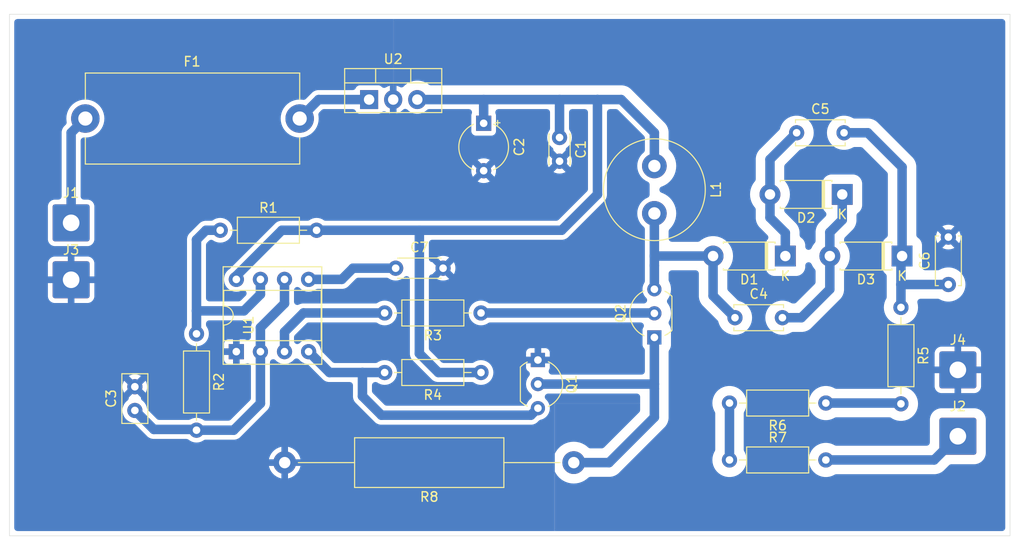
<source format=kicad_pcb>
(kicad_pcb (version 20240108) (generator "pcbnew") (generator_version "8.0")
  (layers (0 "F.Cu" signal) (31 "B.Cu" signal) (34 "B.Paste" user) (35 "F.Paste" user) (36 "B.SilkS" user "B.Silkscreen") (37 "F.SilkS" user "F.Silkscreen") (38 "B.Mask" user) (39 "F.Mask" user) (44 "Edge.Cuts" user))
  (net 0 "")
  (net 1 "GND")
  (net 2 "Net-(U1-VCC)")
  (net 3 "Net-(U1-THR)")
  (net 4 "Net-(D1-A)")
  (net 5 "Net-(D2-K)")
  (net 6 "Net-(D3-K)")
  (net 7 "Net-(D1-K)")
  (net 8 "Net-(U1-CV)")
  (net 9 "+5V")
  (net 10 "Net-(U2-IN)")
  (net 11 "Net-(Q1-C)")
  (net 12 "Net-(Q1-B)")
  (net 13 "Net-(Q2-B)")
  (net 14 "Net-(U1-DIS)")
  (net 15 "Net-(U1-Q)")
  (net 16 "Net-(R5-Pad2)")
  (net 17 "Net-(R6-Pad2)")
  (net 18 "Net-(J2-Pin_1)")
  (footprint "Resistor_THT:R_Axial_DIN0207_L6.3mm_D2.5mm_P10.16mm_Horizontal" (layer "F.Cu") (at 54.72 90.2 -90)
    (property "Reference" "R2" (at 5.08 -2.37 90) (layer "F.SilkS"))
    (property "Value" "33k")
    (fp_line (start 1.81 1.37) (end 8.35 1.37) (stroke (width 0.12)) (layer "F.SilkS"))
    (fp_line (start 8.35 1.37) (end 8.35 -1.37) (stroke (width 0.12)) (layer "F.SilkS"))
    (fp_line (start 1.04 0) (end 1.81 0) (stroke (width 0.12)) (layer "F.SilkS"))
    (fp_line (start 9.12 0) (end 8.35 0) (stroke (width 0.12)) (layer "F.SilkS"))
    (fp_line (start 1.81 -1.37) (end 1.81 1.37) (stroke (width 0.12)) (layer "F.SilkS"))
    (fp_line (start 8.35 -1.37) (end 1.81 -1.37) (stroke (width 0.12)) (layer "F.SilkS"))
    (pad "1" thru_hole circle (at 0 0 270) (size 1.6 1.6) (drill 0.8) (layers "*.Cu" "*.Mask") (net 14 "Net-(U1-DIS)"))
    (pad "2" thru_hole oval (at 10.16 0 270) (size 1.6 1.6) (drill 0.8) (layers "*.Cu" "*.Mask") (net 3 "Net-(U1-THR)"))
  )
  (footprint "Capacitor_THT:C_Disc_D5.0mm_W2.5mm_P5.00mm" (layer "F.Cu") (at 118 69)
    (property "Reference" "C5" (at 2.5 -2.5 0) (layer "F.SilkS"))
    (property "Value" "10nF")
    (fp_line (start -0.12 -1.37) (end -0.12 -1.055) (stroke (width 0.12)) (layer "F.SilkS"))
    (fp_line (start -0.12 -1.37) (end 5.12 -1.37) (stroke (width 0.12)) (layer "F.SilkS"))
    (fp_line (start -0.12 1.055) (end -0.12 1.37) (stroke (width 0.12)) (layer "F.SilkS"))
    (fp_line (start -0.12 1.37) (end 5.12 1.37) (stroke (width 0.12)) (layer "F.SilkS"))
    (fp_line (start 5.12 -1.37) (end 5.12 -1.055) (stroke (width 0.12)) (layer "F.SilkS"))
    (fp_line (start 5.12 1.055) (end 5.12 1.37) (stroke (width 0.12)) (layer "F.SilkS"))
    (pad "1" thru_hole circle (at 0 0) (size 1.6 1.6) (drill 0.8) (layers "*.Cu" "*.Mask") (net 7 "Net-(D1-K)"))
    (pad "2" thru_hole circle (at 5 0) (size 1.6 1.6) (drill 0.8) (layers "*.Cu" "*.Mask") (net 6 "Net-(D3-K)"))
  )
  (footprint "Resistor_THT:R_Axial_DIN0207_L6.3mm_D2.5mm_P10.16mm_Horizontal" (layer "F.Cu") (at 57.22 79.28)
    (property "Reference" "R1" (at 5.08 -2.37 0) (layer "F.SilkS"))
    (property "Value" "33k" (hide yes))
    (fp_line (start 1.04 0) (end 1.81 0) (stroke (width 0.12)) (layer "F.SilkS"))
    (fp_line (start 1.81 -1.37) (end 1.81 1.37) (stroke (width 0.12)) (layer "F.SilkS"))
    (fp_line (start 1.81 1.37) (end 8.35 1.37) (stroke (width 0.12)) (layer "F.SilkS"))
    (fp_line (start 8.35 -1.37) (end 1.81 -1.37) (stroke (width 0.12)) (layer "F.SilkS"))
    (fp_line (start 8.35 1.37) (end 8.35 -1.37) (stroke (width 0.12)) (layer "F.SilkS"))
    (fp_line (start 9.12 0) (end 8.35 0) (stroke (width 0.12)) (layer "F.SilkS"))
    (pad "1" thru_hole circle (at 0 0) (size 1.6 1.6) (drill 0.8) (layers "*.Cu" "*.Mask") (net 14 "Net-(U1-DIS)"))
    (pad "2" thru_hole oval (at 10.16 0) (size 1.6 1.6) (drill 0.8) (layers "*.Cu" "*.Mask") (net 2 "Net-(U1-VCC)"))
  )
  (footprint "Capacitor_THT:C_Disc_D5.0mm_W2.5mm_P5.00mm" (layer "F.Cu") (at 111.5 88.5)
    (property "Reference" "C4" (at 2.5 -2.5 0) (layer "F.SilkS"))
    (property "Value" "10nF")
    (fp_line (start -0.12 -1.37) (end -0.12 -1.055) (stroke (width 0.12)) (layer "F.SilkS"))
    (fp_line (start -0.12 -1.37) (end 5.12 -1.37) (stroke (width 0.12)) (layer "F.SilkS"))
    (fp_line (start -0.12 1.055) (end -0.12 1.37) (stroke (width 0.12)) (layer "F.SilkS"))
    (fp_line (start -0.12 1.37) (end 5.12 1.37) (stroke (width 0.12)) (layer "F.SilkS"))
    (fp_line (start 5.12 -1.37) (end 5.12 -1.055) (stroke (width 0.12)) (layer "F.SilkS"))
    (fp_line (start 5.12 1.055) (end 5.12 1.37) (stroke (width 0.12)) (layer "F.SilkS"))
    (pad "1" thru_hole circle (at 0 0) (size 1.6 1.6) (drill 0.8) (layers "*.Cu" "*.Mask") (net 4 "Net-(D1-A)"))
    (pad "2" thru_hole circle (at 5 0) (size 1.6 1.6) (drill 0.8) (layers "*.Cu" "*.Mask") (net 5 "Net-(D2-K)"))
  )
  (footprint "Resistor_THT:R_Axial_DIN0207_L6.3mm_D2.5mm_P10.16mm_Horizontal" (layer "F.Cu") (at 84.72 88 180)
    (property "Reference" "R3" (at 5.08 -2.37 0) (layer "F.SilkS"))
    (property "Value" "3k")
    (fp_line (start 9.12 0) (end 8.35 0) (stroke (width 0.12)) (layer "F.SilkS"))
    (fp_line (start 8.35 1.37) (end 8.35 -1.37) (stroke (width 0.12)) (layer "F.SilkS"))
    (fp_line (start 8.35 -1.37) (end 1.81 -1.37) (stroke (width 0.12)) (layer "F.SilkS"))
    (fp_line (start 1.81 1.37) (end 8.35 1.37) (stroke (width 0.12)) (layer "F.SilkS"))
    (fp_line (start 1.81 -1.37) (end 1.81 1.37) (stroke (width 0.12)) (layer "F.SilkS"))
    (fp_line (start 1.04 0) (end 1.81 0) (stroke (width 0.12)) (layer "F.SilkS"))
    (pad "1" thru_hole circle (at 0 0 180) (size 1.6 1.6) (drill 0.8) (layers "*.Cu" "*.Mask") (net 13 "Net-(Q2-B)"))
    (pad "2" thru_hole oval (at 10.16 0 180) (size 1.6 1.6) (drill 0.8) (layers "*.Cu" "*.Mask") (net 15 "Net-(U1-Q)"))
  )
  (footprint "Capacitor_THT:C_Disc_D5.0mm_W2.5mm_P2.50mm" (layer "F.Cu") (at 48.22 98.28 90)
    (property "Reference" "C3" (at 1.25 -2.5 90) (layer "F.SilkS"))
    (property "Value" "1nF")
    (fp_line (start 3.87 -1.37) (end 3.87 1.37) (stroke (width 0.12)) (layer "F.SilkS"))
    (fp_line (start -1.37 -1.37) (end 3.87 -1.37) (stroke (width 0.12)) (layer "F.SilkS"))
    (fp_line (start -1.37 -1.37) (end -1.37 1.37) (stroke (width 0.12)) (layer "F.SilkS"))
    (fp_line (start -1.37 1.37) (end 3.87 1.37) (stroke (width 0.12)) (layer "F.SilkS"))
    (pad "1" thru_hole circle (at 0 0 90) (size 1.6 1.6) (drill 0.8) (layers "*.Cu" "*.Mask") (net 3 "Net-(U1-THR)"))
    (pad "2" thru_hole circle (at 2.5 0 90) (size 1.6 1.6) (drill 0.8) (layers "*.Cu" "*.Mask") (net 1 "GND"))
  )
  (footprint "Diode_THT:D_DO-41_SOD81_P7.62mm_Horizontal" (layer "F.Cu") (at 122.81 75.5 180)
    (property "Reference" "D2" (at 3.81 -2.47 0) (layer "F.SilkS"))
    (property "Value" "1N4937")
    (fp_line (start 6.53 1.47) (end 6.53 1.34) (stroke (width 0.12)) (layer "F.SilkS"))
    (fp_line (start 6.53 -1.47) (end 6.53 -1.34) (stroke (width 0.12)) (layer "F.SilkS"))
    (fp_line (start 2.11 -1.47) (end 2.11 1.47) (stroke (width 0.12)) (layer "F.SilkS"))
    (fp_line (start 1.99 -1.47) (end 1.99 1.47) (stroke (width 0.12)) (layer "F.SilkS"))
    (fp_line (start 1.87 -1.47) (end 1.87 1.47) (stroke (width 0.12)) (layer "F.SilkS"))
    (fp_line (start 1.09 1.47) (end 6.53 1.47) (stroke (width 0.12)) (layer "F.SilkS"))
    (fp_line (start 1.09 1.34) (end 1.09 1.47) (stroke (width 0.12)) (layer "F.SilkS"))
    (fp_line (start 1.09 -1.34) (end 1.09 -1.47) (stroke (width 0.12)) (layer "F.SilkS"))
    (fp_line (start 1.09 -1.47) (end 6.53 -1.47) (stroke (width 0.12)) (layer "F.SilkS"))
    (fp_text user "K" (at 0 -2.1 0) (layer "F.SilkS"))
    (pad "1" thru_hole rect (at 0 0 180) (size 2.2 2.2) (drill 1.1) (layers "*.Cu" "*.Mask") (net 5 "Net-(D2-K)"))
    (pad "2" thru_hole oval (at 7.62 0 180) (size 2.2 2.2) (drill 1.1) (layers "*.Cu" "*.Mask") (net 7 "Net-(D1-K)"))
  )
  (footprint "Resistor_THT:R_Axial_DIN0207_L6.3mm_D2.5mm_P10.16mm_Horizontal" (layer "F.Cu") (at 110.92 103.5)
    (property "Reference" "R7" (at 5.08 -2.37 0) (layer "F.SilkS"))
    (property "Value" "7M5")
    (fp_line (start 1.04 0) (end 1.81 0) (stroke (width 0.12)) (layer "F.SilkS"))
    (fp_line (start 1.81 -1.37) (end 1.81 1.37) (stroke (width 0.12)) (layer "F.SilkS"))
    (fp_line (start 1.81 1.37) (end 8.35 1.37) (stroke (width 0.12)) (layer "F.SilkS"))
    (fp_line (start 8.35 -1.37) (end 1.81 -1.37) (stroke (width 0.12)) (layer "F.SilkS"))
    (fp_line (start 8.35 1.37) (end 8.35 -1.37) (stroke (width 0.12)) (layer "F.SilkS"))
    (fp_line (start 9.12 0) (end 8.35 0) (stroke (width 0.12)) (layer "F.SilkS"))
    (pad "1" thru_hole circle (at 0 0) (size 1.6 1.6) (drill 0.8) (layers "*.Cu" "*.Mask") (net 17 "Net-(R6-Pad2)"))
    (pad "2" thru_hole oval (at 10.16 0) (size 1.6 1.6) (drill 0.8) (layers "*.Cu" "*.Mask") (net 18 "Net-(J2-Pin_1)"))
  )
  (footprint "Resistor_THT:R_Axial_DIN0207_L6.3mm_D2.5mm_P10.16mm_Horizontal" (layer "F.Cu") (at 129 87.42 -90)
    (property "Reference" "R5" (at 5.08 -2.37 90) (layer "F.SilkS"))
    (property "Value" "7M5")
    (fp_line (start 1.81 1.37) (end 8.35 1.37) (stroke (width 0.12)) (layer "F.SilkS"))
    (fp_line (start 8.35 1.37) (end 8.35 -1.37) (stroke (width 0.12)) (layer "F.SilkS"))
    (fp_line (start 1.04 0) (end 1.81 0) (stroke (width 0.12)) (layer "F.SilkS"))
    (fp_line (start 9.12 0) (end 8.35 0) (stroke (width 0.12)) (layer "F.SilkS"))
    (fp_line (start 1.81 -1.37) (end 1.81 1.37) (stroke (width 0.12)) (layer "F.SilkS"))
    (fp_line (start 8.35 -1.37) (end 1.81 -1.37) (stroke (width 0.12)) (layer "F.SilkS"))
    (pad "1" thru_hole circle (at 0 0 270) (size 1.6 1.6) (drill 0.8) (layers "*.Cu" "*.Mask") (net 6 "Net-(D3-K)"))
    (pad "2" thru_hole oval (at 10.16 0 270) (size 1.6 1.6) (drill 0.8) (layers "*.Cu" "*.Mask") (net 16 "Net-(R5-Pad2)"))
  )
  (footprint "Capacitor_THT:C_Disc_D3.0mm_W2.0mm_P2.50mm" (layer "F.Cu") (at 93 69.5 -90)
    (property "Reference" "C1" (at 1.25 -2.25 90) (layer "F.SilkS"))
    (property "Value" "100nF")
    (fp_line (start -0.37 1.12) (end 2.87 1.12) (stroke (width 0.12)) (layer "F.SilkS"))
    (fp_line (start -0.37 1.055) (end -0.37 1.12) (stroke (width 0.12)) (layer "F.SilkS"))
    (fp_line (start 2.87 1.055) (end 2.87 1.12) (stroke (width 0.12)) (layer "F.SilkS"))
    (fp_line (start -0.37 -1.12) (end -0.37 -1.055) (stroke (width 0.12)) (layer "F.SilkS"))
    (fp_line (start -0.37 -1.12) (end 2.87 -1.12) (stroke (width 0.12)) (layer "F.SilkS"))
    (fp_line (start 2.87 -1.12) (end 2.87 -1.055) (stroke (width 0.12)) (layer "F.SilkS"))
    (pad "1" thru_hole circle (at 0 0 270) (size 1.6 1.6) (drill 0.8) (layers "*.Cu" "*.Mask") (net 2 "Net-(U1-VCC)"))
    (pad "2" thru_hole circle (at 2.5 0 270) (size 1.6 1.6) (drill 0.8) (layers "*.Cu" "*.Mask") (net 1 "GND"))
  )
  (footprint "Capacitor_THT:C_Disc_D5.0mm_W2.5mm_P5.00mm" (layer "F.Cu") (at 134 85 90)
    (property "Reference" "C6" (at 2.5 -2.5 90) (layer "F.SilkS"))
    (property "Value" "10nF")
    (fp_line (start 5.12 -1.37) (end 5.12 -1.055) (stroke (width 0.12)) (layer "F.SilkS"))
    (fp_line (start -0.12 -1.37) (end 5.12 -1.37) (stroke (width 0.12)) (layer "F.SilkS"))
    (fp_line (start -0.12 -1.37) (end -0.12 -1.055) (stroke (width 0.12)) (layer "F.SilkS"))
    (fp_line (start 5.12 1.055) (end 5.12 1.37) (stroke (width 0.12)) (layer "F.SilkS"))
    (fp_line (start -0.12 1.055) (end -0.12 1.37) (stroke (width 0.12)) (layer "F.SilkS"))
    (fp_line (start -0.12 1.37) (end 5.12 1.37) (stroke (width 0.12)) (layer "F.SilkS"))
    (pad "1" thru_hole circle (at 0 0 90) (size 1.6 1.6) (drill 0.8) (layers "*.Cu" "*.Mask") (net 6 "Net-(D3-K)"))
    (pad "2" thru_hole circle (at 5 0 90) (size 1.6 1.6) (drill 0.8) (layers "*.Cu" "*.Mask") (net 1 "GND"))
  )
  (footprint "Fuse:Fuseholder_Cylinder-5x20mm_Stelvio-Kontek_PTF78_Horizontal_Open" (layer "F.Cu") (at 43 67.5)
    (property "Reference" "F1" (at 11.25 -6 0) (layer "F.SilkS"))
    (property "Value" "Fuse")
    (fp_line (start 0 -4.8) (end 22.6 -4.8) (stroke (width 0.12)) (layer "F.SilkS"))
    (fp_line (start 0 -2) (end 0 -4.8) (stroke (width 0.12)) (layer "F.SilkS"))
    (fp_line (start 0 4.8) (end 0 2) (stroke (width 0.12)) (layer "F.SilkS"))
    (fp_line (start 0 4.8) (end 22.6 4.8) (stroke (width 0.12)) (layer "F.SilkS"))
    (fp_line (start 22.6 -2) (end 22.6 -4.8) (stroke (width 0.12)) (layer "F.SilkS"))
    (fp_line (start 22.6 4.8) (end 22.6 2) (stroke (width 0.12)) (layer "F.SilkS"))
    (pad "1" thru_hole circle (at 0 0) (size 3 3) (drill 1.5) (layers "*.Cu" "*.Mask") (net 9 "+5V"))
    (pad "2" thru_hole circle (at 22.6 0) (size 3 3) (drill 1.5) (layers "*.Cu" "*.Mask") (net 10 "Net-(U2-IN)"))
  )
  (footprint "Connector_Wire:SolderWire-1sqmm_1x01_D1.4mm_OD3.9mm" (layer "F.Cu") (at 135 94)
    (property "Reference" "J4" (at 0 -3.15 0) (layer "F.SilkS"))
    (property "Value" "Conn_01x01_Pin")
    (pad "1" thru_hole roundrect (at 0 0) (size 3.9 3.9) (drill 1.75) (layers "*.Cu" "*.Mask") (roundrect_rratio 0.064103) (net 1 "GND"))
  )
  (footprint "Package_DIP:DIP-8_W7.62mm_Socket" (layer "F.Cu") (at 58.92 92.08 90)
    (property "Reference" "U1" (at 2.8 1.3 90) (layer "F.SilkS"))
    (property "Value" "NE555P")
    (fp_line (start 8.95 -1.39) (end -1.33 -1.39) (stroke (width 0.12)) (layer "F.SilkS"))
    (fp_line (start -1.33 -1.39) (end -1.33 9.01) (stroke (width 0.12)) (layer "F.SilkS"))
    (fp_line (start 6.46 -1.33) (end 4.81 -1.33) (stroke (width 0.12)) (layer "F.SilkS"))
    (fp_line (start 2.81 -1.33) (end 1.16 -1.33) (stroke (width 0.12)) (layer "F.SilkS"))
    (fp_line (start 1.16 -1.33) (end 1.16 8.95) (stroke (width 0.12)) (layer "F.SilkS"))
    (fp_line (start 6.46 8.95) (end 6.46 -1.33) (stroke (width 0.12)) (layer "F.SilkS"))
    (fp_line (start 1.16 8.95) (end 6.46 8.95) (stroke (width 0.12)) (layer "F.SilkS"))
    (fp_line (start 8.95 9.01) (end 8.95 -1.39) (stroke (width 0.12)) (layer "F.SilkS"))
    (fp_line (start -1.33 9.01) (end 8.95 9.01) (stroke (width 0.12)) (layer "F.SilkS"))
    (fp_arc (start 4.81 -1.33) (mid 3.81 -0.33) (end 2.81 -1.33) (stroke (width 0.12)) (layer "F.SilkS"))
    (pad "1" thru_hole rect (at 0 0 90) (size 1.6 1.6) (drill 0.8) (layers "*.Cu" "*.Mask") (net 1 "GND"))
    (pad "2" thru_hole oval (at 0 2.54 90) (size 1.6 1.6) (drill 0.8) (layers "*.Cu" "*.Mask") (net 3 "Net-(U1-THR)"))
    (pad "3" thru_hole oval (at 0 5.08 90) (size 1.6 1.6) (drill 0.8) (layers "*.Cu" "*.Mask") (net 15 "Net-(U1-Q)"))
    (pad "4" thru_hole oval (at 0 7.62 90) (size 1.6 1.6) (drill 0.8) (layers "*.Cu" "*.Mask") (net 11 "Net-(Q1-C)"))
    (pad "5" thru_hole oval (at 7.62 7.62 90) (size 1.6 1.6) (drill 0.8) (layers "*.Cu" "*.Mask") (net 8 "Net-(U1-CV)"))
    (pad "6" thru_hole oval (at 7.62 5.08 90) (size 1.6 1.6) (drill 0.8) (layers "*.Cu" "*.Mask") (net 3 "Net-(U1-THR)"))
    (pad "7" thru_hole oval (at 7.62 2.54 90) (size 1.6 1.6) (drill 0.8) (layers "*.Cu" "*.Mask") (net 14 "Net-(U1-DIS)"))
    (pad "8" thru_hole oval (at 7.62 0 90) (size 1.6 1.6) (drill 0.8) (layers "*.Cu" "*.Mask") (net 2 "Net-(U1-VCC)"))
  )
  (footprint "Capacitor_THT:C_Disc_D4.3mm_W1.9mm_P5.00mm" (layer "F.Cu") (at 75.72 83.28)
    (property "Reference" "C7" (at 2.5 -2.2 0) (layer "F.SilkS"))
    (property "Value" "100nF")
    (fp_line (start 0.23 -1.07) (end 0.23 -1.055) (stroke (width 0.12)) (layer "F.SilkS"))
    (fp_line (start 0.23 -1.07) (end 4.77 -1.07) (stroke (width 0.12)) (layer "F.SilkS"))
    (fp_line (start 0.23 1.055) (end 0.23 1.07) (stroke (width 0.12)) (layer "F.SilkS"))
    (fp_line (start 0.23 1.07) (end 4.77 1.07) (stroke (width 0.12)) (layer "F.SilkS"))
    (fp_line (start 4.77 -1.07) (end 4.77 -1.055) (stroke (width 0.12)) (layer "F.SilkS"))
    (fp_line (start 4.77 1.055) (end 4.77 1.07) (stroke (width 0.12)) (layer "F.SilkS"))
    (pad "1" thru_hole circle (at 0 0) (size 1.6 1.6) (drill 0.8) (layers "*.Cu" "*.Mask") (net 8 "Net-(U1-CV)"))
    (pad "2" thru_hole circle (at 5 0) (size 1.6 1.6) (drill 0.8) (layers "*.Cu" "*.Mask") (net 1 "GND"))
  )
  (footprint "Connector_Wire:SolderWire-1sqmm_1x01_D1.4mm_OD3.9mm" (layer "F.Cu") (at 41.5 78.5)
    (property "Reference" "J1" (at 0 -3.15 0) (layer "F.SilkS"))
    (property "Value" "Conn_01x01_Pin")
    (pad "1" thru_hole roundrect (at 0 0) (size 3.9 3.9) (drill 1.75) (layers "*.Cu" "*.Mask") (roundrect_rratio 0.064103) (net 9 "+5V"))
  )
  (footprint "Package_TO_SOT_THT:TO-92_Inline_Wide" (layer "F.Cu") (at 90.72 92.96 -90)
    (property "Reference" "Q1" (at 2.54 -3.56 -90) (layer "F.SilkS"))
    (property "Value" "2N3904")
    (fp_line (start 0.74 1.85) (end 4.34 1.85) (stroke (width 0.12)) (layer "F.SilkS"))
    (fp_arc (start 0.74 1.85) (mid 0.446097 1.509328) (end 0.215816 1.122795) (stroke (width 0.12)) (layer "F.SilkS"))
    (fp_arc (start 4.864184 1.122795) (mid 4.633903 1.509328) (end 4.34 1.85) (stroke (width 0.12)) (layer "F.SilkS"))
    (fp_arc (start 0.1836 -1.098807) (mid 1.143021 -2.192817) (end 2.54 -2.6) (stroke (width 0.12)) (layer "F.SilkS"))
    (fp_arc (start 2.54 -2.6) (mid 3.936979 -2.192818) (end 4.8964 -1.098807) (stroke (width 0.12)) (layer "F.SilkS"))
    (pad "1" thru_hole rect (at 0 0 270) (size 1.5 1.5) (drill 0.8) (layers "*.Cu" "*.Mask") (net 1 "GND"))
    (pad "2" thru_hole circle (at 2.54 0 270) (size 1.5 1.5) (drill 0.8) (layers "*.Cu" "*.Mask") (net 12 "Net-(Q1-B)"))
    (pad "3" thru_hole circle (at 5.08 0 270) (size 1.5 1.5) (drill 0.8) (layers "*.Cu" "*.Mask") (net 11 "Net-(Q1-C)"))
  )
  (footprint "Package_TO_SOT_THT:TO-220-3_Vertical" (layer "F.Cu") (at 72.92 65.5)
    (property "Reference" "U2" (at 2.54 -4.27 0) (layer "F.SilkS"))
    (property "Value" "L7805")
    (fp_line (start -2.58 -3.27) (end -2.58 1.371) (stroke (width 0.12)) (layer "F.SilkS"))
    (fp_line (start -2.58 -3.27) (end 7.66 -3.27) (stroke (width 0.12)) (layer "F.SilkS"))
    (fp_line (start -2.58 -1.76) (end 7.66 -1.76) (stroke (width 0.12)) (layer "F.SilkS"))
    (fp_line (start -2.58 1.371) (end 7.66 1.371) (stroke (width 0.12)) (layer "F.SilkS"))
    (fp_line (start 0.69 -3.27) (end 0.69 -1.76) (stroke (width 0.12)) (layer "F.SilkS"))
    (fp_line (start 4.391 -3.27) (end 4.391 -1.76) (stroke (width 0.12)) (layer "F.SilkS"))
    (fp_line (start 7.66 -3.27) (end 7.66 1.371) (stroke (width 0.12)) (layer "F.SilkS"))
    (pad "1" thru_hole rect (at 0 0) (size 1.905 2) (drill 1.1) (layers "*.Cu" "*.Mask") (net 10 "Net-(U2-IN)"))
    (pad "2" thru_hole oval (at 2.54 0) (size 1.905 2) (drill 1.1) (layers "*.Cu" "*.Mask") (net 1 "GND"))
    (pad "3" thru_hole oval (at 5.08 0) (size 1.905 2) (drill 1.1) (layers "*.Cu" "*.Mask") (net 2 "Net-(U1-VCC)"))
  )
  (footprint "Inductor_THT:L_Radial_D10.5mm_P5.00mm_Abacron_AISR-01" (layer "F.Cu") (at 103 72.5 -90)
    (property "Reference" "L1" (at 2.5 -6.5 -90) (layer "F.SilkS"))
    (property "Value" "10mH")
    (fp_circle (center 2.5 0) (end 7.87 0) (stroke (width 0.12)) (fill none) (layer "F.SilkS"))
    (pad "1" thru_hole circle (at 0 0 270) (size 2.6 2.6) (drill 1.3) (layers "*.Cu" "*.Mask") (net 2 "Net-(U1-VCC)"))
    (pad "2" thru_hole circle (at 5 0 270) (size 2.6 2.6) (drill 1.3) (layers "*.Cu" "*.Mask") (net 4 "Net-(D1-A)"))
  )
  (footprint "Connector_Wire:SolderWire-1sqmm_1x01_D1.4mm_OD3.9mm" (layer "F.Cu") (at 41.5 84.5)
    (property "Reference" "J3" (at 0 -3.15 0) (layer "F.SilkS"))
    (property "Value" "Conn_01x01_Pin")
    (pad "1" thru_hole roundrect (at 0 0) (size 3.9 3.9) (drill 1.75) (layers "*.Cu" "*.Mask") (roundrect_rratio 0.064103) (net 1 "GND"))
  )
  (footprint "Resistor_THT:R_Axial_DIN0207_L6.3mm_D2.5mm_P10.16mm_Horizontal" (layer "F.Cu") (at 84.72 94.28 180)
    (property "Reference" "R4" (at 5.08 -2.37 0) (layer "F.SilkS"))
    (property "Value" "100k")
    (fp_line (start 9.12 0) (end 8.35 0) (stroke (width 0.12)) (layer "F.SilkS"))
    (fp_line (start 8.35 1.37) (end 8.35 -1.37) (stroke (width 0.12)) (layer "F.SilkS"))
    (fp_line (start 8.35 -1.37) (end 1.81 -1.37) (stroke (width 0.12)) (layer "F.SilkS"))
    (fp_line (start 1.81 1.37) (end 8.35 1.37) (stroke (width 0.12)) (layer "F.SilkS"))
    (fp_line (start 1.81 -1.37) (end 1.81 1.37) (stroke (width 0.12)) (layer "F.SilkS"))
    (fp_line (start 1.04 0) (end 1.81 0) (stroke (width 0.12)) (layer "F.SilkS"))
    (pad "1" thru_hole circle (at 0 0 180) (size 1.6 1.6) (drill 0.8) (layers "*.Cu" "*.Mask") (net 2 "Net-(U1-VCC)"))
    (pad "2" thru_hole oval (at 10.16 0 180) (size 1.6 1.6) (drill 0.8) (layers "*.Cu" "*.Mask") (net 11 "Net-(Q1-C)"))
  )
  (footprint "Diode_THT:D_DO-41_SOD81_P7.62mm_Horizontal" (layer "F.Cu") (at 116.81 82 180)
    (property "Reference" "D1" (at 3.81 -2.47 0) (layer "F.SilkS"))
    (property "Value" "1N4937")
    (fp_line (start 6.53 1.47) (end 6.53 1.34) (stroke (width 0.12)) (layer "F.SilkS"))
    (fp_line (start 6.53 -1.47) (end 6.53 -1.34) (stroke (width 0.12)) (layer "F.SilkS"))
    (fp_line (start 2.11 -1.47) (end 2.11 1.47) (stroke (width 0.12)) (layer "F.SilkS"))
    (fp_line (start 1.99 -1.47) (end 1.99 1.47) (stroke (width 0.12)) (layer "F.SilkS"))
    (fp_line (start 1.87 -1.47) (end 1.87 1.47) (stroke (width 0.12)) (layer "F.SilkS"))
    (fp_line (start 1.09 1.47) (end 6.53 1.47) (stroke (width 0.12)) (layer "F.SilkS"))
    (fp_line (start 1.09 1.34) (end 1.09 1.47) (stroke (width 0.12)) (layer "F.SilkS"))
    (fp_line (start 1.09 -1.34) (end 1.09 -1.47) (stroke (width 0.12)) (layer "F.SilkS"))
    (fp_line (start 1.09 -1.47) (end 6.53 -1.47) (stroke (width 0.12)) (layer "F.SilkS"))
    (fp_text user "K" (at 0 -2.1 0) (layer "F.SilkS"))
    (pad "1" thru_hole rect (at 0 0 180) (size 2.2 2.2) (drill 1.1) (layers "*.Cu" "*.Mask") (net 7 "Net-(D1-K)"))
    (pad "2" thru_hole oval (at 7.62 0 180) (size 2.2 2.2) (drill 1.1) (layers "*.Cu" "*.Mask") (net 4 "Net-(D1-A)"))
  )
  (footprint "Diode_THT:D_DO-41_SOD81_P7.62mm_Horizontal" (layer "F.Cu") (at 129.12 82 180)
    (property "Reference" "D3" (at 3.81 -2.47 0) (layer "F.SilkS"))
    (property "Value" "1N4937")
    (fp_line (start 6.53 1.47) (end 6.53 1.34) (stroke (width 0.12)) (layer "F.SilkS"))
    (fp_line (start 6.53 -1.47) (end 6.53 -1.34) (stroke (width 0.12)) (layer "F.SilkS"))
    (fp_line (start 2.11 -1.47) (end 2.11 1.47) (stroke (width 0.12)) (layer "F.SilkS"))
    (fp_line (start 1.99 -1.47) (end 1.99 1.47) (stroke (width 0.12)) (layer "F.SilkS"))
    (fp_line (start 1.87 -1.47) (end 1.87 1.47) (stroke (width 0.12)) (layer "F.SilkS"))
    (fp_line (start 1.09 1.47) (end 6.53 1.47) (stroke (width 0.12)) (layer "F.SilkS"))
    (fp_line (start 1.09 1.34) (end 1.09 1.47) (stroke (width 0.12)) (layer "F.SilkS"))
    (fp_line (start 1.09 -1.34) (end 1.09 -1.47) (stroke (width 0.12)) (layer "F.SilkS"))
    (fp_line (start 1.09 -1.47) (end 6.53 -1.47) (stroke (width 0.12)) (layer "F.SilkS"))
    (fp_text user "K" (at 0 -2.1 0) (layer "F.SilkS"))
    (pad "1" thru_hole rect (at 0 0 180) (size 2.2 2.2) (drill 1.1) (layers "*.Cu" "*.Mask") (net 6 "Net-(D3-K)"))
    (pad "2" thru_hole oval (at 7.62 0 180) (size 2.2 2.2) (drill 1.1) (layers "*.Cu" "*.Mask") (net 5 "Net-(D2-K)"))
  )
  (footprint "Connector_Wire:SolderWire-1sqmm_1x01_D1.4mm_OD3.9mm" (layer "F.Cu") (at 135 101)
    (property "Reference" "J2" (at 0 -3.15 0) (layer "F.SilkS"))
    (property "Value" "Conn_01x01_Pin")
    (pad "1" thru_hole roundrect (at 0 0) (size 3.9 3.9) (drill 1.75) (layers "*.Cu" "*.Mask") (roundrect_rratio 0.064103) (net 18 "Net-(J2-Pin_1)"))
  )
  (footprint "Package_TO_SOT_THT:TO-92_Inline_Wide" (layer "F.Cu") (at 103 90.58 90)
    (property "Reference" "Q2" (at 2.54 -3.56 90) (layer "F.SilkS"))
    (property "Value" "MPSA42")
    (fp_line (start 0.74 1.85) (end 4.34 1.85) (stroke (width 0.12)) (layer "F.SilkS"))
    (fp_arc (start 2.54 -2.6) (mid 3.936979 -2.192818) (end 4.8964 -1.098807) (stroke (width 0.12)) (layer "F.SilkS"))
    (fp_arc (start 0.1836 -1.098807) (mid 1.143021 -2.192817) (end 2.54 -2.6) (stroke (width 0.12)) (layer "F.SilkS"))
    (fp_arc (start 4.864184 1.122795) (mid 4.633903 1.509328) (end 4.34 1.85) (stroke (width 0.12)) (layer "F.SilkS"))
    (fp_arc (start 0.74 1.85) (mid 0.446097 1.509328) (end 0.215816 1.122795) (stroke (width 0.12)) (layer "F.SilkS"))
    (pad "1" thru_hole rect (at 0 0 90) (size 1.5 1.5) (drill 0.8) (layers "*.Cu" "*.Mask") (net 12 "Net-(Q1-B)"))
    (pad "2" thru_hole circle (at 2.54 0 90) (size 1.5 1.5) (drill 0.8) (layers "*.Cu" "*.Mask") (net 13 "Net-(Q2-B)"))
    (pad "3" thru_hole circle (at 5.08 0 90) (size 1.5 1.5) (drill 0.8) (layers "*.Cu" "*.Mask") (net 4 "Net-(D1-A)"))
  )
  (footprint "Resistor_THT:R_Axial_DIN0516_L15.5mm_D5.0mm_P30.48mm_Horizontal" (layer "F.Cu") (at 94.5 103.78 180)
    (property "Reference" "R8" (at 15.24 -3.62 0) (layer "F.SilkS"))
    (property "Value" "100R")
    (fp_line (start 29.04 0) (end 23.11 0) (stroke (width 0.12)) (layer "F.SilkS"))
    (fp_line (start 23.11 2.62) (end 23.11 -2.62) (stroke (width 0.12)) (layer "F.SilkS"))
    (fp_line (start 23.11 -2.62) (end 7.37 -2.62) (stroke (width 0.12)) (layer "F.SilkS"))
    (fp_line (start 7.37 2.62) (end 23.11 2.62) (stroke (width 0.12)) (layer "F.SilkS"))
    (fp_line (start 7.37 -2.62) (end 7.37 2.62) (stroke (width 0.12)) (layer "F.SilkS"))
    (fp_line (start 1.44 0) (end 7.37 0) (stroke (width 0.12)) (layer "F.SilkS"))
    (pad "1" thru_hole circle (at 0 0 180) (size 2.4 2.4) (drill 1.2) (layers "*.Cu" "*.Mask") (net 12 "Net-(Q1-B)"))
    (pad "2" thru_hole oval (at 30.48 0 180) (size 2.4 2.4) (drill 1.2) (layers "*.Cu" "*.Mask") (net 1 "GND"))
  )
  (footprint "Capacitor_THT:CP_Radial_Tantal_D5.0mm_P5.00mm" (layer "F.Cu") (at 85 68 -90)
    (property "Reference" "C2" (at 2.5 -3.75 90) (layer "F.SilkS"))
    (property "Value" "100uF")
    (fp_line (start -0.304775 -1.475) (end 0.195225 -1.475) (stroke (width 0.12)) (layer "F.SilkS"))
    (fp_line (start -0.054775 -1.725) (end -0.054775 -1.225) (stroke (width 0.12)) (layer "F.SilkS"))
    (fp_arc (start 4.895997 1.06) (mid 2.5 2.62) (end 0.104003 1.06) (stroke (width 0.12)) (layer "F.SilkS"))
    (fp_arc (start 0.104003 -1.06) (mid 2.5 -2.62) (end 4.895997 -1.06) (stroke (width 0.12)) (layer "F.SilkS"))
    (pad "1" thru_hole rect (at 0 0 270) (size 1.6 1.6) (drill 0.8) (layers "*.Cu" "*.Mask") (net 2 "Net-(U1-VCC)"))
    (pad "2" thru_hole circle (at 5 0 270) (size 1.6 1.6) (drill 0.8) (layers "*.Cu" "*.Mask") (net 1 "GND"))
  )
  (footprint "Resistor_THT:R_Axial_DIN0207_L6.3mm_D2.5mm_P10.16mm_Horizontal" (layer "F.Cu") (at 121.08 97.5 180)
    (property "Reference" "R6" (at 5.08 -2.37 0) (layer "F.SilkS"))
    (property "Value" "7M5")
    (fp_line (start 9.12 0) (end 8.35 0) (stroke (width 0.12)) (layer "F.SilkS"))
    (fp_line (start 8.35 1.37) (end 8.35 -1.37) (stroke (width 0.12)) (layer "F.SilkS"))
    (fp_line (start 8.35 -1.37) (end 1.81 -1.37) (stroke (width 0.12)) (layer "F.SilkS"))
    (fp_line (start 1.81 1.37) (end 8.35 1.37) (stroke (width 0.12)) (layer "F.SilkS"))
    (fp_line (start 1.81 -1.37) (end 1.81 1.37) (stroke (width 0.12)) (layer "F.SilkS"))
    (fp_line (start 1.04 0) (end 1.81 0) (stroke (width 0.12)) (layer "F.SilkS"))
    (pad "1" thru_hole circle (at 0 0 180) (size 1.6 1.6) (drill 0.8) (layers "*.Cu" "*.Mask") (net 16 "Net-(R5-Pad2)"))
    (pad "2" thru_hole oval (at 10.16 0 180) (size 1.6 1.6) (drill 0.8) (layers "*.Cu" "*.Mask") (net 17 "Net-(R6-Pad2)"))
  )
  (gr_rect (start 35 56.5) (end 140.5 111.5) (stroke (width 0.05)) (fill none) (layer "Edge.Cuts"))
  (segment (start 80.22 94.28) (end 78.22 92.28) (width 1) (layer "B.Cu") (net 2))
  (segment (start 84.72 94.28) (end 80.22 94.28) (width 1) (layer "B.Cu") (net 2))
  (segment (start 63.72 79.28) (end 58.92 84.08) (width 1) (layer "B.Cu") (net 2))
  (segment (start 97 65.5) (end 99.5 65.5) (width 1) (layer "B.Cu") (net 2))
  (segment (start 93 69.5) (end 93 65.5) (width 1) (layer "B.Cu") (net 2))
  (segment (start 78.22 92.28) (end 78.22 79.28) (width 1) (layer "B.Cu") (net 2))
  (segment (start 97 75.5) (end 97 65.5) (width 1) (layer "B.Cu") (net 2))
  (segment (start 93.22 79.28) (end 97 75.5) (width 1) (layer "B.Cu") (net 2))
  (segment (start 99.5 65.5) (end 103 69) (width 1) (layer "B.Cu") (net 2))
  (segment (start 67.38 79.28) (end 93.22 79.28) (width 1) (layer "B.Cu") (net 2))
  (segment (start 103 69) (end 103 72.5) (width 1) (layer "B.Cu") (net 2))
  (segment (start 67.38 79.28) (end 63.72 79.28) (width 1) (layer "B.Cu") (net 2))
  (segment (start 85 68) (end 85 65.5) (width 1) (layer "B.Cu") (net 2))
  (segment (start 78 65.5) (end 97 65.5) (width 1) (layer "B.Cu") (net 2))
  (segment (start 58.92 84.08) (end 58.92 84.46) (width 1) (layer "B.Cu") (net 2))
  (segment (start 54.72 100.36) (end 54.64 100.28) (width 1) (layer "B.Cu") (net 3))
  (segment (start 64 87) (end 64 84.46) (width 1) (layer "B.Cu") (net 3))
  (segment (start 54.64 100.28) (end 50.22 100.28) (width 1) (layer "B.Cu") (net 3))
  (segment (start 61.46 89.54) (end 64 87) (width 1) (layer "B.Cu") (net 3))
  (segment (start 61.46 97.54) (end 61.46 92.08) (width 1) (layer "B.Cu") (net 3))
  (segment (start 58.64 100.36) (end 61.46 97.54) (width 1) (layer "B.Cu") (net 3))
  (segment (start 54.72 100.36) (end 58.64 100.36) (width 1) (layer "B.Cu") (net 3))
  (segment (start 61.46 92.08) (end 61.46 89.54) (width 1) (layer "B.Cu") (net 3))
  (segment (start 50.22 100.28) (end 48.22 98.28) (width 1) (layer "B.Cu") (net 3))
  (segment (start 103 85.5) (end 103 83) (width 1) (layer "B.Cu") (net 4))
  (segment (start 109.19 82) (end 109.19 86.19) (width 1) (layer "B.Cu") (net 4))
  (segment (start 109.19 86.19) (end 111.5 88.5) (width 1) (layer "B.Cu") (net 4))
  (segment (start 109.19 82) (end 103 82) (width 1) (layer "B.Cu") (net 4))
  (segment (start 103 83) (end 103 82) (width 1) (layer "B.Cu") (net 4))
  (segment (start 103 82) (end 103 77.5) (width 1) (layer "B.Cu") (net 4))
  (segment (start 121.5 85.5) (end 121.5 82) (width 1) (layer "B.Cu") (net 5))
  (segment (start 121.5 79.5) (end 122.81 78.19) (width 1) (layer "B.Cu") (net 5))
  (segment (start 116.5 88.5) (end 118.5 88.5) (width 1) (layer "B.Cu") (net 5))
  (segment (start 118.5 88.5) (end 121.5 85.5) (width 1) (layer "B.Cu") (net 5))
  (segment (start 121.5 82) (end 121.5 79.5) (width 1) (layer "B.Cu") (net 5))
  (segment (start 122.81 78.19) (end 122.81 75.5) (width 1) (layer "B.Cu") (net 5))
  (segment (start 123 69) (end 125.5 69) (width 1) (layer "B.Cu") (net 6))
  (segment (start 129 82.12) (end 129.12 82) (width 1) (layer "B.Cu") (net 6))
  (segment (start 129 87.42) (end 129 85) (width 1) (layer "B.Cu") (net 6))
  (segment (start 134 85) (end 129 85) (width 1) (layer "B.Cu") (net 6))
  (segment (start 129 85) (end 129 82.12) (width 1) (layer "B.Cu") (net 6))
  (segment (start 125.5 69) (end 129.12 72.62) (width 1) (layer "B.Cu") (net 6))
  (segment (start 129.12 72.62) (end 129.12 82) (width 1) (layer "B.Cu") (net 6))
  (segment (start 115.19 77.94) (end 115.19 75.5) (width 1) (layer "B.Cu") (net 7))
  (segment (start 116.81 82) (end 116.81 79.56) (width 1) (layer "B.Cu") (net 7))
  (segment (start 115.19 75.5) (end 115.19 71.81) (width 1) (layer "B.Cu") (net 7))
  (segment (start 115.19 71.81) (end 118 69) (width 1) (layer "B.Cu") (net 7))
  (segment (start 116.81 79.56) (end 115.19 77.94) (width 1) (layer "B.Cu") (net 7))
  (segment (start 70.04 84.46) (end 71.22 83.28) (width 1) (layer "B.Cu") (net 8))
  (segment (start 71.22 83.28) (end 75.72 83.28) (width 1) (layer "B.Cu") (net 8))
  (segment (start 66.54 84.46) (end 70.04 84.46) (width 1) (layer "B.Cu") (net 8))
  (segment (start 41.5 69) (end 43 67.5) (width 1) (layer "B.Cu") (net 9))
  (segment (start 41.5 78.5) (end 41.5 69) (width 1) (layer "B.Cu") (net 9))
  (segment (start 65.6 67.5) (end 67.6 65.5) (width 1) (layer "B.Cu") (net 10))
  (segment (start 67.6 65.5) (end 72.92 65.5) (width 1) (layer "B.Cu") (net 10))
  (segment (start 74.22 98.78) (end 89.98 98.78) (width 1) (layer "B.Cu") (net 11))
  (segment (start 89.98 98.78) (end 90.72 98.04) (width 1) (layer "B.Cu") (net 11))
  (segment (start 72.22 96.78) (end 74.22 98.78) (width 1) (layer "B.Cu") (net 11))
  (segment (start 74.56 94.28) (end 72.22 94.28) (width 1) (layer "B.Cu") (net 11))
  (segment (start 72.22 94.28) (end 72.22 96.78) (width 1) (layer "B.Cu") (net 11))
  (segment (start 68.74 94.28) (end 66.54 92.08) (width 1) (layer "B.Cu") (net 11))
  (segment (start 72.22 94.28) (end 68.74 94.28) (width 1) (layer "B.Cu") (net 11))
  (segment (start 94.5 103.78) (end 98.22 103.78) (width 1) (layer "B.Cu") (net 12))
  (segment (start 103 95.5) (end 103 90.58) (width 1) (layer "B.Cu") (net 12))
  (segment (start 90.72 95.5) (end 103 95.5) (width 1) (layer "B.Cu") (net 12))
  (segment (start 103 99) (end 103 96) (width 1) (layer "B.Cu") (net 12))
  (segment (start 103 96) (end 103 95.5) (width 1) (layer "B.Cu") (net 12))
  (segment (start 98.22 103.78) (end 103 99) (width 1) (layer "B.Cu") (net 12))
  (segment (start 102.96 88) (end 103 88.04) (width 1) (layer "B.Cu") (net 13))
  (segment (start 84.72 88) (end 102.96 88) (width 1) (layer "B.Cu") (net 13))
  (segment (start 54.72 90.2) (end 54.72 87.78) (width 1) (layer "B.Cu") (net 14))
  (segment (start 54.72 87.78) (end 59.72 87.78) (width 1) (layer "B.Cu") (net 14))
  (segment (start 55.72 79.28) (end 57.22 79.28) (width 1) (layer "B.Cu") (net 14))
  (segment (start 61.46 86.04) (end 61.46 84.46) (width 1) (layer "B.Cu") (net 14))
  (segment (start 54.72 87.78) (end 54.72 80.28) (width 1) (layer "B.Cu") (net 14))
  (segment (start 59.72 87.78) (end 61.46 86.04) (width 1) (layer "B.Cu") (net 14))
  (segment (start 54.72 80.28) (end 55.72 79.28) (width 1) (layer "B.Cu") (net 14))
  (segment (start 64 92.08) (end 64 90) (width 1) (layer "B.Cu") (net 15))
  (segment (start 66 88) (end 74.56 88) (width 1) (layer "B.Cu") (net 15))
  (segment (start 64 90) (end 66 88) (width 1) (layer "B.Cu") (net 15))
  (segment (start 121.08 97.5) (end 128.92 97.5) (width 1) (layer "B.Cu") (net 16))
  (segment (start 128.92 97.5) (end 129 97.58) (width 1) (layer "B.Cu") (net 16))
  (segment (start 110.92 103.5) (end 110.92 97.5) (width 1) (layer "B.Cu") (net 17))
  (segment (start 132.5 103.5) (end 135 101) (width 1) (layer "B.Cu") (net 18))
  (segment (start 121.08 103.5) (end 132.5 103.5) (width 1) (layer "B.Cu") (net 18))
  (zone (net 1) (net_name "GND") (layer "B.Cu") (priority 1) (connect_pads (clearance 1)) (min_thickness 0.7) (fill yes (thermal_gap 0.5) (thermal_bridge_width 0.7))
    (polygon (pts (xy 92.5 97.5) (xy 103 97.5) (xy 103 69) (xy 99.5 65.5) (xy 75.5 65.5) (xy 75.5 55) (xy 142 55) (xy 142 112.5) (xy 92.5 112.5)))
  )
  (zone (net 1) (net_name "GND") (layer "B.Cu") (connect_pads (clearance 0.5)) (min_thickness 0.7) (fill yes (thermal_gap 0.5) (thermal_bridge_width 0.7))
    (polygon (pts (xy 92.5 112.5) (xy 92.5 97.5) (xy 101.5 97.5) (xy 101.5 95.5) (xy 102.5 95.5) (xy 102.5 68.5) (xy 99.5 65.5) (xy 75.5 65.5) (xy 75.5 55) (xy 34 55) (xy 34 112.5)))
  )
)
</source>
